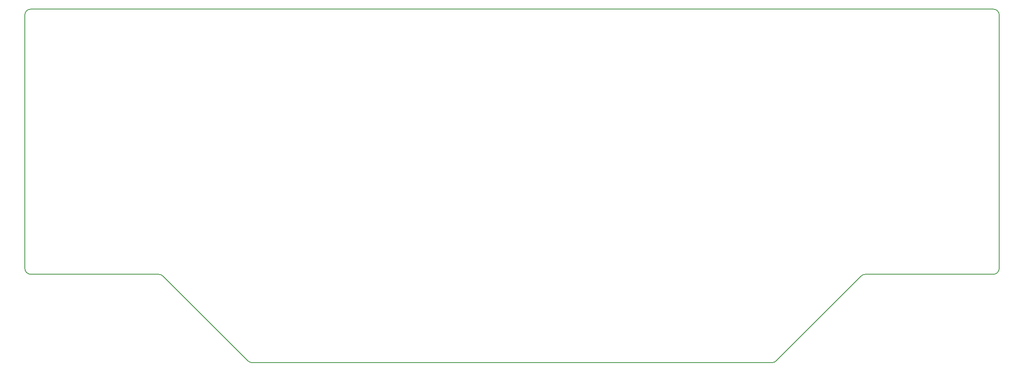
<source format=gbr>
%TF.GenerationSoftware,KiCad,Pcbnew,7.0.7*%
%TF.CreationDate,2023-08-21T18:25:40+02:00*%
%TF.ProjectId,lancer-hotswap,6c616e63-6572-42d6-986f-74737761702e,rev?*%
%TF.SameCoordinates,Original*%
%TF.FileFunction,Profile,NP*%
%FSLAX46Y46*%
G04 Gerber Fmt 4.6, Leading zero omitted, Abs format (unit mm)*
G04 Created by KiCad (PCBNEW 7.0.7) date 2023-08-21 18:25:40*
%MOMM*%
%LPD*%
G01*
G04 APERTURE LIST*
%TA.AperFunction,Profile*%
%ADD10C,0.200000*%
%TD*%
G04 APERTURE END LIST*
D10*
X229235001Y-78105001D02*
G75*
G03*
X230505001Y-76835003I-1J1270001D01*
G01*
X201712103Y-78105005D02*
G75*
G03*
X200814078Y-78476977I-3J-1269995D01*
G01*
X230505001Y-76835003D02*
X230505001Y-22225003D01*
X229235001Y-20955003D02*
X22225001Y-20955003D01*
X50645924Y-78476977D02*
X68951975Y-96783029D01*
X22225001Y-20955001D02*
G75*
G03*
X20955001Y-22225003I-1J-1269999D01*
G01*
X201712103Y-78105003D02*
X229235001Y-78105003D01*
X182508027Y-96783029D02*
X200814078Y-78476977D01*
X230504997Y-22225003D02*
G75*
G03*
X229235001Y-20955003I-1269997J3D01*
G01*
X20954997Y-76835003D02*
G75*
G03*
X22225001Y-78105003I1270003J3D01*
G01*
X181610001Y-97155003D02*
G75*
G03*
X182508027Y-96783029I-1J1270003D01*
G01*
X20955001Y-22225003D02*
X20955001Y-76835003D01*
X50645924Y-78476977D02*
G75*
G03*
X49747899Y-78105003I-898024J-898023D01*
G01*
X22225001Y-78105003D02*
X49747899Y-78105003D01*
X69850001Y-97155003D02*
X181610001Y-97155003D01*
X68951974Y-96783030D02*
G75*
G03*
X69850001Y-97155003I898026J898030D01*
G01*
M02*

</source>
